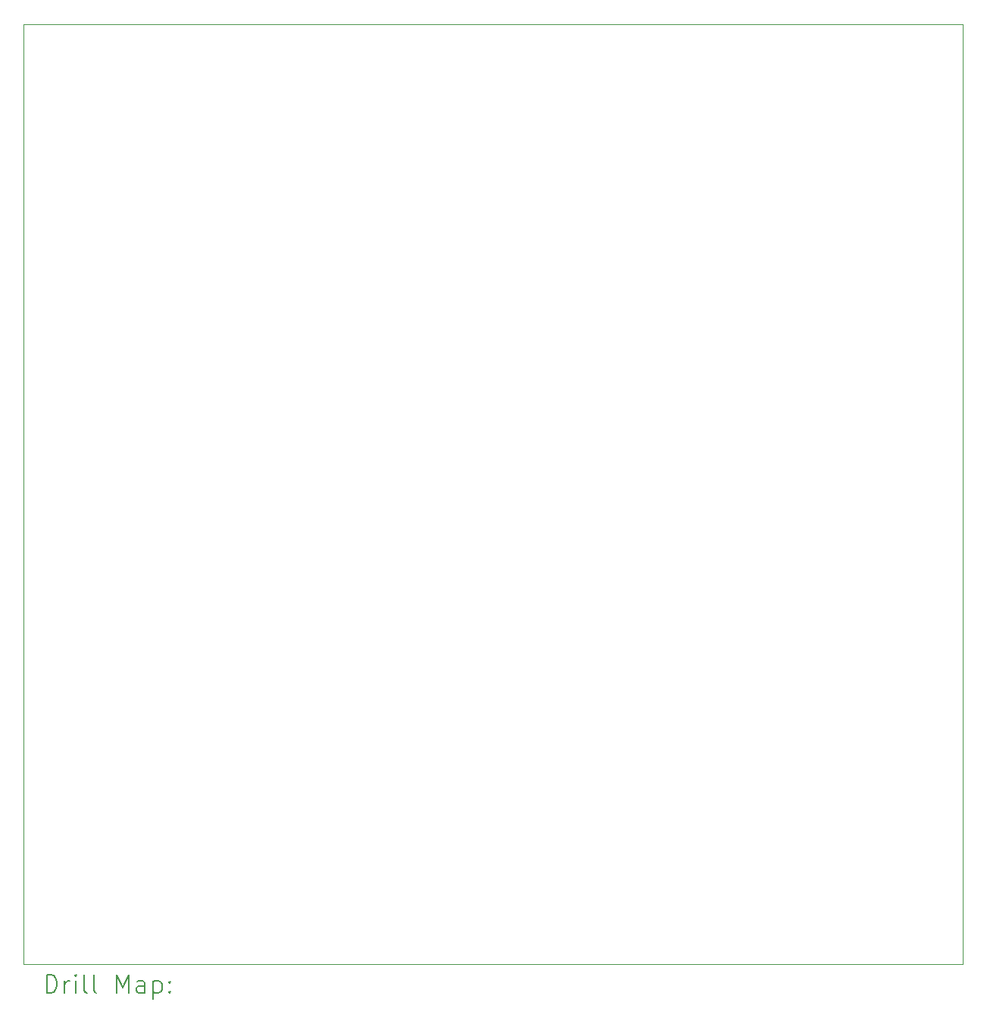
<source format=gbr>
%TF.GenerationSoftware,KiCad,Pcbnew,9.0.2*%
%TF.CreationDate,2025-05-12T22:54:16+08:00*%
%TF.ProjectId,paxclock_a,70617863-6c6f-4636-9b5f-612e6b696361,rev?*%
%TF.SameCoordinates,Original*%
%TF.FileFunction,Drillmap*%
%TF.FilePolarity,Positive*%
%FSLAX45Y45*%
G04 Gerber Fmt 4.5, Leading zero omitted, Abs format (unit mm)*
G04 Created by KiCad (PCBNEW 9.0.2) date 2025-05-12 22:54:16*
%MOMM*%
%LPD*%
G01*
G04 APERTURE LIST*
%ADD10C,0.038100*%
%ADD11C,0.100000*%
%ADD12C,0.200000*%
G04 APERTURE END LIST*
D10*
X14000000Y-13500000D02*
X3500000Y-13500000D01*
D11*
X14000000Y-13500000D02*
X14000000Y-3000000D01*
D10*
X3500000Y-13500000D02*
X3500000Y-3000000D01*
X14000000Y-3000000D02*
X3500000Y-3000000D01*
D12*
X3758872Y-13816484D02*
X3758872Y-13616484D01*
X3758872Y-13616484D02*
X3806491Y-13616484D01*
X3806491Y-13616484D02*
X3835062Y-13626008D01*
X3835062Y-13626008D02*
X3854110Y-13645055D01*
X3854110Y-13645055D02*
X3863634Y-13664103D01*
X3863634Y-13664103D02*
X3873157Y-13702198D01*
X3873157Y-13702198D02*
X3873157Y-13730769D01*
X3873157Y-13730769D02*
X3863634Y-13768865D01*
X3863634Y-13768865D02*
X3854110Y-13787912D01*
X3854110Y-13787912D02*
X3835062Y-13806960D01*
X3835062Y-13806960D02*
X3806491Y-13816484D01*
X3806491Y-13816484D02*
X3758872Y-13816484D01*
X3958872Y-13816484D02*
X3958872Y-13683150D01*
X3958872Y-13721246D02*
X3968396Y-13702198D01*
X3968396Y-13702198D02*
X3977919Y-13692674D01*
X3977919Y-13692674D02*
X3996967Y-13683150D01*
X3996967Y-13683150D02*
X4016015Y-13683150D01*
X4082681Y-13816484D02*
X4082681Y-13683150D01*
X4082681Y-13616484D02*
X4073157Y-13626008D01*
X4073157Y-13626008D02*
X4082681Y-13635531D01*
X4082681Y-13635531D02*
X4092205Y-13626008D01*
X4092205Y-13626008D02*
X4082681Y-13616484D01*
X4082681Y-13616484D02*
X4082681Y-13635531D01*
X4206491Y-13816484D02*
X4187443Y-13806960D01*
X4187443Y-13806960D02*
X4177919Y-13787912D01*
X4177919Y-13787912D02*
X4177919Y-13616484D01*
X4311253Y-13816484D02*
X4292205Y-13806960D01*
X4292205Y-13806960D02*
X4282681Y-13787912D01*
X4282681Y-13787912D02*
X4282681Y-13616484D01*
X4539824Y-13816484D02*
X4539824Y-13616484D01*
X4539824Y-13616484D02*
X4606491Y-13759341D01*
X4606491Y-13759341D02*
X4673158Y-13616484D01*
X4673158Y-13616484D02*
X4673158Y-13816484D01*
X4854110Y-13816484D02*
X4854110Y-13711722D01*
X4854110Y-13711722D02*
X4844586Y-13692674D01*
X4844586Y-13692674D02*
X4825539Y-13683150D01*
X4825539Y-13683150D02*
X4787443Y-13683150D01*
X4787443Y-13683150D02*
X4768396Y-13692674D01*
X4854110Y-13806960D02*
X4835062Y-13816484D01*
X4835062Y-13816484D02*
X4787443Y-13816484D01*
X4787443Y-13816484D02*
X4768396Y-13806960D01*
X4768396Y-13806960D02*
X4758872Y-13787912D01*
X4758872Y-13787912D02*
X4758872Y-13768865D01*
X4758872Y-13768865D02*
X4768396Y-13749817D01*
X4768396Y-13749817D02*
X4787443Y-13740293D01*
X4787443Y-13740293D02*
X4835062Y-13740293D01*
X4835062Y-13740293D02*
X4854110Y-13730769D01*
X4949348Y-13683150D02*
X4949348Y-13883150D01*
X4949348Y-13692674D02*
X4968396Y-13683150D01*
X4968396Y-13683150D02*
X5006491Y-13683150D01*
X5006491Y-13683150D02*
X5025539Y-13692674D01*
X5025539Y-13692674D02*
X5035062Y-13702198D01*
X5035062Y-13702198D02*
X5044586Y-13721246D01*
X5044586Y-13721246D02*
X5044586Y-13778388D01*
X5044586Y-13778388D02*
X5035062Y-13797436D01*
X5035062Y-13797436D02*
X5025539Y-13806960D01*
X5025539Y-13806960D02*
X5006491Y-13816484D01*
X5006491Y-13816484D02*
X4968396Y-13816484D01*
X4968396Y-13816484D02*
X4949348Y-13806960D01*
X5130300Y-13797436D02*
X5139824Y-13806960D01*
X5139824Y-13806960D02*
X5130300Y-13816484D01*
X5130300Y-13816484D02*
X5120777Y-13806960D01*
X5120777Y-13806960D02*
X5130300Y-13797436D01*
X5130300Y-13797436D02*
X5130300Y-13816484D01*
X5130300Y-13692674D02*
X5139824Y-13702198D01*
X5139824Y-13702198D02*
X5130300Y-13711722D01*
X5130300Y-13711722D02*
X5120777Y-13702198D01*
X5120777Y-13702198D02*
X5130300Y-13692674D01*
X5130300Y-13692674D02*
X5130300Y-13711722D01*
M02*

</source>
